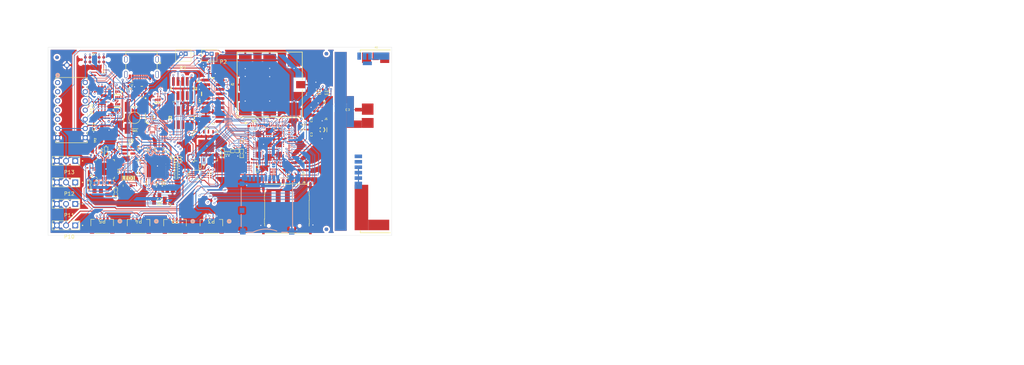
<source format=kicad_pcb>
(kicad_pcb
	(version 20240108)
	(generator "pcbnew")
	(generator_version "8.0")
	(general
		(thickness 1.52)
		(legacy_teardrops no)
	)
	(paper "A4")
	(layers
		(0 "F.Cu" signal)
		(1 "In1.Cu" signal)
		(2 "In2.Cu" signal)
		(31 "B.Cu" signal)
		(32 "B.Adhes" user "B.Adhesive")
		(33 "F.Adhes" user "F.Adhesive")
		(34 "B.Paste" user)
		(35 "F.Paste" user)
		(36 "B.SilkS" user "B.Silkscreen")
		(37 "F.SilkS" user "F.Silkscreen")
		(38 "B.Mask" user)
		(39 "F.Mask" user)
		(40 "Dwgs.User" user "User.Drawings")
		(41 "Cmts.User" user "User.Comments")
		(42 "Eco1.User" user "User.Eco1")
		(43 "Eco2.User" user "User.Eco2")
		(44 "Edge.Cuts" user)
		(45 "Margin" user)
		(46 "B.CrtYd" user "B.Courtyard")
		(47 "F.CrtYd" user "F.Courtyard")
		(48 "B.Fab" user)
		(49 "F.Fab" user)
		(50 "User.1" user)
		(51 "User.2" user)
	)
	(setup
		(stackup
			(layer "F.SilkS"
				(type "Top Silk Screen")
			)
			(layer "F.Paste"
				(type "Top Solder Paste")
			)
			(layer "F.Mask"
				(type "Top Solder Mask")
				(thickness 0.01)
			)
			(layer "F.Cu"
				(type "copper")
				(thickness 0.035)
			)
			(layer "dielectric 1"
				(type "prepreg")
				(thickness 0.18)
				(material "FR4")
				(epsilon_r 4.5)
				(loss_tangent 0.02)
			)
			(layer "In1.Cu"
				(type "copper")
				(thickness 0.035)
			)
			(layer "dielectric 2"
				(type "core")
				(thickness 1)
				(material "FR4")
				(epsilon_r 4.5)
				(loss_tangent 0.02)
			)
			(layer "In2.Cu"
				(type "copper")
				(thickness 0.035)
			)
			(layer "dielectric 3"
				(type "prepreg")
				(thickness 0.18)
				(material "FR4")
				(epsilon_r 4.5)
				(loss_tangent 0.02)
			)
			(layer "B.Cu"
				(type "copper")
				(thickness 0.035)
			)
			(layer "B.Mask"
				(type "Bottom Solder Mask")
				(thickness 0.01)
			)
			(layer "B.Paste"
				(type "Bottom Solder Paste")
			)
			(layer "B.SilkS"
				(type "Bottom Silk Screen")
			)
			(copper_finish "ENIG")
			(dielectric_constraints no)
		)
		(pad_to_mask_clearance 0)
		(allow_soldermask_bridges_in_footprints no)
		(pcbplotparams
			(layerselection 0x00010fc_ffffffff)
			(plot_on_all_layers_selection 0x0000000_00000000)
			(disableapertmacros no)
			(usegerberextensions no)
			(usegerberattributes yes)
			(usegerberadvancedattributes yes)
			(creategerberjobfile yes)
			(dashed_line_dash_ratio 12.000000)
			(dashed_line_gap_ratio 3.000000)
			(svgprecision 4)
			(plotframeref no)
			(viasonmask no)
			(mode 1)
			(useauxorigin no)
			(hpglpennumber 1)
			(hpglpenspeed 20)
			(hpglpendiameter 15.000000)
			(pdf_front_fp_property_popups yes)
			(pdf_back_fp_property_popups yes)
			(dxfpolygonmode yes)
			(dxfimperialunits yes)
			(dxfusepcbnewfont yes)
			(psnegative no)
			(psa4output no)
			(plotreference yes)
			(plotvalue yes)
			(plotfptext yes)
			(plotinvisibletext no)
			(sketchpadsonfab no)
			(subtractmaskfromsilk no)
			(outputformat 1)
			(mirror no)
			(drillshape 1)
			(scaleselection 1)
			(outputdirectory "")
		)
	)
	(net 0 "")
	(net 1 "GND")
	(net 2 "Net-(A1-Pad1)")
	(net 3 "/nRF9151_SiP/GPS_RF5")
	(net 4 "VDD_5V")
	(net 5 "VDD")
	(net 6 "VBAT_PWR")
	(net 7 "/nRF9151_Power_Supply/VSYS")
	(net 8 "VDD_3V0")
	(net 9 "VDD_3V3")
	(net 10 "Net-(M1A-VDD)")
	(net 11 "/nRF9151_SiP/DEC0")
	(net 12 "Net-(M1C-nRESET)")
	(net 13 "/nRF9151_SiP/GPS_RF1")
	(net 14 "/nRF9151_SiP/GPS_RF2")
	(net 15 "Net-(C20-Pad2)")
	(net 16 "VDD_GNSS")
	(net 17 "Net-(U3-VEN)")
	(net 18 "/nRF9151_SiP/ANT")
	(net 19 "/nRF9151_SiP/GPS_RF3")
	(net 20 "Net-(C26-Pad2)")
	(net 21 "Net-(U3-VCC)")
	(net 22 "Net-(U5A-VBUS)")
	(net 23 "/nRF5340_Interface_MCU/DECR")
	(net 24 "/nRF5340_Interface_MCU/DECUSB")
	(net 25 "/nRF5340_Interface_MCU/DECN")
	(net 26 "Net-(U5A-DECD)")
	(net 27 "/nRF5340_Interface_MCU/DECA")
	(net 28 "/nRF5340_Interface_MCU/IMCU_RESET")
	(net 29 "Net-(U6-GND)")
	(net 30 "SIM_1V8")
	(net 31 "Net-(D2-VCC)")
	(net 32 "VBUS'")
	(net 33 "unconnected-(D1-NC-Pad4)")
	(net 34 "SIM_RST")
	(net 35 "Net-(D1-DATA2_OUT)")
	(net 36 "SIM_CLK")
	(net 37 "Net-(D1-CLK_OUT)")
	(net 38 "SIM_IO")
	(net 39 "Net-(D1-DATA1_OUT)")
	(net 40 "IMCU_USB_D_N")
	(net 41 "IMCU_USB_D_P")
	(net 42 "/nRF9151_SiP/LTE_RF1")
	(net 43 "unconnected-(J3-Pad6)")
	(net 44 "unconnected-(J3-Pad9)")
	(net 45 "/nRF5340_Interface_MCU/IMCU_SWDIO")
	(net 46 "/nRF5340_Interface_MCU/IMCU_SWDCLK")
	(net 47 "unconnected-(J3-Pad7)")
	(net 48 "unconnected-(J3-Pad8)")
	(net 49 "Net-(J4-X)")
	(net 50 "Net-(J5-CC1)")
	(net 51 "unconnected-(J5-SBU1-PadA8)")
	(net 52 "unconnected-(J5-SBU2-PadB8)")
	(net 53 "Net-(J5-CC2)")
	(net 54 "unconnected-(J6-SIMVPP-PadC6)")
	(net 55 "Net-(J6-PadCD)")
	(net 56 "TRACE_DATA2")
	(net 57 "TRACE_CLK")
	(net 58 "unconnected-(J7-Pad10)")
	(net 59 "TRACE_DATA0")
	(net 60 "DBG_CMD")
	(net 61 "TRACE_DATA3")
	(net 62 "TRACE_DATA1")
	(net 63 "/nRF9151_Power_Supply/SW1")
	(net 64 "/nRF9151_Power_Supply/SW2")
	(net 65 "Net-(U3-AMP_IN)")
	(net 66 "Net-(U3-FIL_OUT)")
	(net 67 "/nRF9151_SiP/GPS_RF4")
	(net 68 "Net-(LED1-A)")
	(net 69 "Net-(LED1-C)")
	(net 70 "unconnected-(M1C-MAGPIO2-Pad23)")
	(net 71 "unconnected-(M1B-P0.07-Pad64)")
	(net 72 "unconnected-(M1D-RESERVED-Pad94)")
	(net 73 "unconnected-(M1C-SDATA-Pad27)")
	(net 74 "unconnected-(M1C-SIM_DET-Pad26)")
	(net 75 "unconnected-(M1D-RESERVED-Pad99)")
	(net 76 "unconnected-(M1D-RESERVED-Pad98)")
	(net 77 "nRF91_SWD_SWDCLK")
	(net 78 "FLAME_SENSE")
	(net 79 "FLAME_SENSE_D1")
	(net 80 "TWI_SCL")
	(net 81 "unconnected-(M1D-RESERVED-Pad100)")
	(net 82 "unconnected-(M1D-RESERVED-Pad103)")
	(net 83 "TWI1_SCL")
	(net 84 "unconnected-(M1D-RESERVED-Pad89)")
	(net 85 "unconnected-(M1D-RESERVED-Pad83)")
	(net 86 "EXT_MEM_CS")
	(net 87 "CO_SENSE")
	(net 88 "unconnected-(M1C-MAGPIO0-Pad21)")
	(net 89 "EXT_MEM_SCK")
	(net 90 "FLAME_SENSE_D2")
	(net 91 "unconnected-(M1D-RESERVED-Pad96)")
	(net 92 "NO2_SENSE")
	(net 93 "unconnected-(M1D-RESERVED-Pad33)")
	(net 94 "unconnected-(M1C-MAGPIO1-Pad22)")
	(net 95 "UART2_RXD")
	(net 96 "unconnected-(M1D-RESERVED-Pad90)")
	(net 97 "Net-(SB1-1)")
	(net 98 "unconnected-(M1D-RESERVED-Pad93)")
	(net 99 "TWI1_SDA")
	(net 100 "unconnected-(M1D-RESERVED-Pad85)")
	(net 101 "FLAME_SENSE_D4")
	(net 102 "FLAME_SENSE_D5")
	(net 103 "/nRF9151_SiP/COEX0")
	(net 104 "unconnected-(M1D-RESERVED-Pad88)")
	(net 105 "BAT_SENSE_A1")
	(net 106 "SMOKE_SENSE")
	(net 107 "unconnected-(M1D-RESERVED-Pad97)")
	(net 108 "unconnected-(M1D-RESERVED-Pad87)")
	(net 109 "unconnected-(M1D-RESERVED-Pad104)")
	(net 110 "unconnected-(M1D-RESERVED-Pad92)")
	(net 111 "unconnected-(M1C-SCLK-Pad28)")
	(net 112 "unconnected-(M1D-RESERVED-Pad81)")
	(net 113 "nRF91_SWD_SWDIO")
	(net 114 "unconnected-(M1A-AUX-Pad37)")
	(net 115 "EXT_MEM_MISO")
	(net 116 "unconnected-(M1C-VIO-Pad29)")
	(net 117 "PANEL_SEN0_A5")
	(net 118 "unconnected-(M1D-RESERVED-Pad102)")
	(net 119 "unconnected-(M1D-RESERVED-Pad82)")
	(net 120 "UART1_TXD")
	(net 121 "TWI_SDA")
	(net 122 "/nRF9151_SiP/COEX2")
	(net 123 "Net-(M1A-ENABLE)")
	(net 124 "unconnected-(M1D-RESERVED-Pad31)")
	(net 125 "unconnected-(M1D-RESERVED-Pad84)")
	(net 126 "unconnected-(M1D-RESERVED-Pad95)")
	(net 127 "PANEL_SEN1_A6")
	(net 128 "unconnected-(M1D-RESERVED-Pad91)")
	(net 129 "unconnected-(M1B-P0.08-Pad67)")
	(net 130 "VDD_3V3_EN")
	(net 131 "EXT_MEM_MOSI")
	(net 132 "VOC_SENSE")
	(net 133 "UART2_TXD")
	(net 134 "unconnected-(M1D-RESERVED-Pad86)")
	(net 135 "unconnected-(M1C-COEX1-Pad53)")
	(net 136 "unconnected-(M1D-RESERVED-Pad32)")
	(net 137 "UART1_RXD")
	(net 138 "TWI_SCL_3V3")
	(net 139 "TWI_SDA_3V3")
	(net 140 "unconnected-(P6-Pad8)")
	(net 141 "nRF91_SWD_RESET")
	(net 142 "unconnected-(P6-Pad7)")
	(net 143 "unconnected-(P7-Pad11)")
	(net 144 "unconnected-(P7-Pad13)")
	(net 145 "SWD0_SWDCLK")
	(net 146 "unconnected-(P8-Pad8)")
	(net 147 "SWD0_SWO")
	(net 148 "unconnected-(P8-Pad7)")
	(net 149 "unconnected-(P8-Pad9)")
	(net 150 "SWD0_SWDIO")
	(net 151 "SWD0_SELECT")
	(net 152 "SWD0_RESET")
	(net 153 "unconnected-(P14-A2-Pad3)")
	(net 154 "unconnected-(P14-A1-Pad1)")
	(net 155 "VBUS")
	(net 156 "Net-(Q1A-G1)")
	(net 157 "Net-(Q2A-G1)")
	(net 158 "VBAT")
	(net 159 "VBAT'")
	(net 160 "Net-(Q3A-D1)")
	(net 161 "USB_DETECT")
	(net 162 "Net-(Q7B-S2)")
	(net 163 "Net-(Q7A-D1)")
	(net 164 "/nRF9151_SiP/nRESET")
	(net 165 "/nRF5340_Interface_MCU/IMCU_LED")
	(net 166 "PMIC_TWI_SDA")
	(net 167 "VBAT_IN")
	(net 168 "PMIC_TWI_SCL")
	(net 169 "Net-(U1-VSET1)")
	(net 170 "Net-(U1-VSET2)")
	(net 171 "RESET_IN")
	(net 172 "/nRF5340_Interface_MCU/SWD_CTRL")
	(net 173 "Net-(U7-OE)")
	(net 174 "TWI1_SDA_3V3")
	(net 175 "TWI1_SCL_3V3")
	(net 176 "/nRF9151_Power_Supply/VBUSOUT")
	(net 177 "unconnected-(U1-GPIO3-Pad10)")
	(net 178 "unconnected-(U1-GPIO2-Pad9)")
	(net 179 "unconnected-(U1-SHPHLD-Pad15)")
	(net 180 "unconnected-(U1-LED2-Pad27)")
	(net 181 "unconnected-(U1-CC2-Pad24)")
	(net 182 "unconnected-(U1-GPIO0-Pad7)")
	(net 183 "unconnected-(U1-GPIO1-Pad8)")
	(net 184 "unconnected-(U1-GPIO4-Pad11)")
	(net 185 "unconnected-(U1-CC1-Pad23)")
	(net 186 "unconnected-(U1-LED0-Pad25)")
	(net 187 "unconnected-(U1-LED1-Pad26)")
	(net 188 "unconnected-(U2-NC-Pad4)")
	(net 189 "unconnected-(U4-IO2-Pad3)")
	(net 190 "unconnected-(U4-IO3-Pad7)")
	(net 191 "unconnected-(U5B-P0.08{slash}TRACEDATA[3]-PadAH2)")
	(net 192 "/nRF5340_Interface_MCU/SWD3_IO")
	(net 193 "unconnected-(U5A-DCCD-PadB10)")
	(net 194 "unconnected-(U5B-P0.20-PadAK16)")
	(net 195 "unconnected-(U5D-N.C.-PadA1)")
	(net 196 "/nRF5340_Interface_MCU/SWD3_SWO")
	(net 197 "unconnected-(U5B-P0.21-PadAL15)")
	(net 198 "unconnected-(U5B-P0.12{slash}TRACECLK-PadAK6)")
	(net 199 "unconnected-(U5D-N.C.-PadA31)")
	(net 200 "unconnected-(U5B-P0.11{slash}TRACEDATA[0]-PadAK4)")
	(net 201 "/nRF5340_Interface_MCU/SWD3_CLK")
	(net 202 "unconnected-(U5B-P0.28{slash}AIN7-PadAE31)")
	(net 203 "unconnected-(U5C-P1.09-PadAK26)")
	(net 204 "unconnected-(U5C-P1.01-PadP2)")
	(net 205 "unconnected-(U5B-P0.22-PadAK18)")
	(net 206 "unconnected-(U5A-DCCH-PadJ1)")
	(net 207 "/nRF5340_Interface_MCU/XC1")
	(net 208 "unconnected-(U5C-P1.13-PadA17)")
	(net 209 "unconnected-(U5D-N.C.-PadD2)")
	(net 210 "unconnected-(U5D-N.C.-PadAL31)")
	(net 211 "unconnected-(U5B-P0.16{slash}QSPI[3]-PadAL9)")
	(net 212 "unconnected-(U5A-DCC-PadA21)")
	(net 213 "unconnected-(U5D-N.C.-PadAL1)")
	(net 214 "unconnected-(U5C-P1.00-PadM2)")
	(net 215 "unconnected-(U5C-P1.10-PadR31)")
	(net 216 "unconnected-(U5C-P1.05-PadAK22)")
	(net 217 "unconnected-(U5B-P0.04{slash}AIN0-PadV2)")
	(net 218 "unconnected-(U5D-N.C.-PadF2)")
	(net 219 "unconnected-(U5B-P0.19-PadAL13)")
	(net 220 "unconnected-(U5B-P0.10{slash}TRACEDATA[1]-PadAK2)")
	(net 221 "unconnected-(U5B-P0.23-PadAK20)")
	(net 222 "unconnected-(U5D-N.C.-PadT2)")
	(net 223 "unconnected-(U5D-N.C.-PadAG31)")
	(net 224 "unconnected-(U5B-P0.25{slash}AIN4-PadAK28)")
	(net 225 "unconnected-(U5C-P1.15-PadB14)")
	(net 226 "unconnected-(U5C-P1.07-PadAK24)")
	(net 227 "unconnected-(U5B-P0.07{slash}AIN3-PadAD2)")
	(net 228 "unconnected-(U5B-P0.18{slash}QSPI_CS-PadAK14)")
	(net 229 "/nRF5340_Interface_MCU/SWD3_RESET")
	(net 230 "unconnected-(U5B-P0.27{slash}AIN6-PadAK30)")
	(net 231 "unconnected-(U5B-P0.13{slash}QSPI[0]-PadAL5)")
	(net 232 "unconnected-(U5B-P0.09{slash}TRACEDATA[2]-PadAJ1)")
	(net 233 "unconnected-(U5B-P0.14{slash}QSPI[1]-PadAK8)")
	(net 234 "/nRF5340_Interface_MCU/XC2")
	(net 235 "unconnected-(U6-NO3-Pad7)")
	(net 236 "unconnected-(U6-NO4-Pad11)")
	(net 237 "unconnected-(U6-NO2-Pad3)")
	(net 238 "unconnected-(P14-A5-Pad9)")
	(net 239 "unconnected-(P14-D3-Pad6)")
	(net 240 "unconnected-(P14-A4-Pad7)")
	(footprint "FP:CAPC0603X03L_C" (layer "F.Cu") (at 186.31 80.96 -90))
	(footprint "FP:RESC0603X03L_C_NC" (layer "F.Cu") (at 165.48 71.19 90))
	(footprint "FP:CAPC0603X03L_C" (layer "F.Cu") (at 172.48 86.85))
	(footprint "FP:CAPC0603X03L_C" (layer "F.Cu") (at 207.7 74.47))
	(footprint "FP:CAPC0603X03L_C" (layer "F.Cu") (at 156.755 79.52 -90))
	(footprint "FP:INDC1005X04L_NC" (layer "F.Cu") (at 209.62 64.92 180))
	(footprint "FP:RESC1005X04L" (layer "F.Cu") (at 210.08 63.53 90))
	(footprint "FP:DSGP.1575.18.4.C.02" (layer "F.Cu") (at 198.325 62.05 90))
	(footprint "FP:CAPC0603X03L_C" (layer "F.Cu") (at 211.45 64.22 90))
	(footprint "FP:CAPC0603X03L_C" (layer "F.Cu") (at 161.955 79.52 -90))
	(footprint "FP:AMPHENOL_10114829-10102LF" (layer "F.Cu") (at 174.4625 53.525 180))
	(footprint "FP:HDR_2x10-SMD-1.27mm-K-SWD" (layer "F.Cu") (at 182.65 66.5 -90))
	(footprint "FP:AMPHENOL_G800W305018EU"
		(layer "F.Cu")
		(uuid "17f63989-e71f-4466-a3ed-4a0cd84f4c2c")
		(at 142.0625 94.99 180)
		(property "Reference" "P11"
			(at -0.885 -3.135 0)
			(layer "F.SilkS")
			(uuid "8e47b3ee-01a1-48bc-8de2-ece67c15ecac")
			(effects
				(font
					(size 1 1)
					(thickness 0.15)
				)
			)
		)
		(property "Value" "Pin List 1x3, Straight"
			(at 9.91 3.135 0)
			(layer "F.Fab")
			(uuid "8e9ac518-1ed4-4c45-81da-56ab33cda0c7")
			(effects
				(font
					(size 1 1)
					(thickness 0.15)
				)
			)
		)
		(property "Footprint" "FP:AMPHENOL_G800W305018EU"
			(at 0 0 0)
			(layer "F.Fab")
			(hide yes)
			(uuid "f381bd38-f7dd-4bef-b5d0-068921e6b3d3")
			(effects
				(font
					(size 1.27 1.27)
					(thickness 0.15)
				)
			)
		)
		(property "Datasheet" ""
			(at 0 0 0)
			(layer "F.Fab")
			(hide yes)
			(uuid "45c389f3-8a72-45f2-9ecd-acb58fd49cfa")
			(effects
				(font
					(size 1.27 1.27)
					(thickness 0.15)
				)
			)
		)
		(property "Description" "Pin List 1x4, 2.54mm (100mil), Right Angled, SMD"
			(at 0 0 0)
			(layer "F.Fab")
			(hide yes)
			(uuid "e5b6ea32-56dd-472a-bb85-d006820da947")
			(effects
				(font
					(size 1.27 1.27)
					(thickness 0.15)
				)
			)
		)
		(property "PART NUMBER" "Pin List Ang 1x4 SMD, 2.54mm"
			(at 0 0 180)
			(unlocked yes)
			(layer "F.Fab")
			(hide yes)
			(uuid "678499c6-03ab-4322-aba2-77d12ed9aabb")
			(effects
				(font
					(size 1 1)
					(thickness 0.15)
				)
			)
		)
		(property "ASSEMBLY" ""
			(at 0 0 180)
			(unlocked yes)
			(layer "F.Fab")
			(hide yes)
			(uuid "f5c3435c-7512-4bd7-ad6e-7c85f7f8dc01")
			(effects
				(font
					(size 1 1)
					(thickness 0.15)
				)
			)
		)
		(property "MANUFACTURER" "Amphenol ICC"
			(at 0 0 180)
			(unlocked yes)
			(layer "F.Fab")
			(hide yes)
			(uuid "4859ce55-7a0a-4f48-ae81-080b329e3b65")
			(effects
				(font
					(size 1 1)
					(thickness 0.15)
				)
			)
		)
		(property "MANUFACTURER PART NUMBER" "G800W305018EU"
			(at 0 0 180)
			(unlocked yes)
			(layer "F.Fa
... [6409010 chars truncated]
</source>
